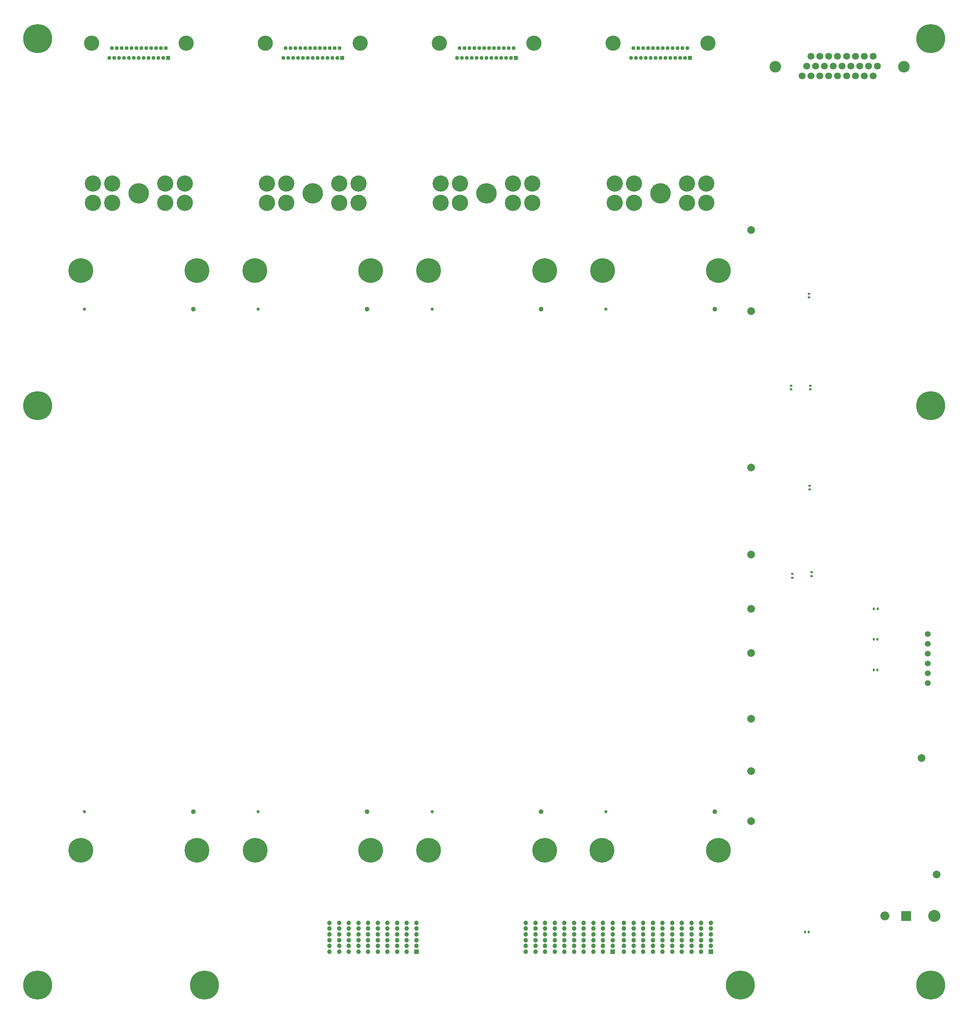
<source format=gbr>
%TF.GenerationSoftware,KiCad,Pcbnew,9.0.4-9.0.4-0~ubuntu22.04.1*%
%TF.CreationDate,2025-12-30T11:42:01-05:00*%
%TF.ProjectId,psc_carrier_brd,7073635f-6361-4727-9269-65725f627264,rev?*%
%TF.SameCoordinates,Original*%
%TF.FileFunction,Soldermask,Bot*%
%TF.FilePolarity,Negative*%
%FSLAX46Y46*%
G04 Gerber Fmt 4.6, Leading zero omitted, Abs format (unit mm)*
G04 Created by KiCad (PCBNEW 9.0.4-9.0.4-0~ubuntu22.04.1) date 2025-12-30 11:42:01*
%MOMM*%
%LPD*%
G01*
G04 APERTURE LIST*
G04 Aperture macros list*
%AMRoundRect*
0 Rectangle with rounded corners*
0 $1 Rounding radius*
0 $2 $3 $4 $5 $6 $7 $8 $9 X,Y pos of 4 corners*
0 Add a 4 corners polygon primitive as box body*
4,1,4,$2,$3,$4,$5,$6,$7,$8,$9,$2,$3,0*
0 Add four circle primitives for the rounded corners*
1,1,$1+$1,$2,$3*
1,1,$1+$1,$4,$5*
1,1,$1+$1,$6,$7*
1,1,$1+$1,$8,$9*
0 Add four rect primitives between the rounded corners*
20,1,$1+$1,$2,$3,$4,$5,0*
20,1,$1+$1,$4,$5,$6,$7,0*
20,1,$1+$1,$6,$7,$8,$9,0*
20,1,$1+$1,$8,$9,$2,$3,0*%
G04 Aperture macros list end*
%ADD10C,1.226200*%
%ADD11C,1.576200*%
%ADD12C,0.010000*%
%ADD13C,3.600000*%
%ADD14C,6.400000*%
%ADD15C,2.000000*%
%ADD16C,4.204000*%
%ADD17C,5.284000*%
%ADD18C,2.997200*%
%ADD19C,1.804200*%
%ADD20C,7.500000*%
%ADD21C,1.524000*%
%ADD22C,0.830000*%
%ADD23C,1.230000*%
%ADD24R,1.016000X1.016000*%
%ADD25C,1.016000*%
%ADD26C,3.937000*%
%ADD27RoundRect,0.102000X-0.500000X-0.500000X0.500000X-0.500000X0.500000X0.500000X-0.500000X0.500000X0*%
%ADD28C,1.204000*%
%ADD29C,3.000000*%
%ADD30RoundRect,0.140000X-0.140000X-0.170000X0.140000X-0.170000X0.140000X0.170000X-0.140000X0.170000X0*%
%ADD31RoundRect,0.140000X0.170000X-0.140000X0.170000X0.140000X-0.170000X0.140000X-0.170000X-0.140000X0*%
%ADD32RoundRect,0.140000X0.140000X0.170000X-0.140000X0.170000X-0.140000X-0.170000X0.140000X-0.170000X0*%
%ADD33RoundRect,0.140000X-0.170000X0.140000X-0.170000X-0.140000X0.170000X-0.140000X0.170000X0.140000X0*%
G04 APERTURE END LIST*
D10*
%TO.C,J4*%
X288683100Y-312000000D02*
G75*
G02*
X287456900Y-312000000I-613100J0D01*
G01*
X287456900Y-312000000D02*
G75*
G02*
X288683100Y-312000000I613100J0D01*
G01*
D11*
X301658100Y-312000000D02*
G75*
G02*
X300081900Y-312000000I-788100J0D01*
G01*
X300081900Y-312000000D02*
G75*
G02*
X301658100Y-312000000I788100J0D01*
G01*
D12*
X294796200Y-313226200D02*
X292343800Y-313226200D01*
X292343800Y-310773800D01*
X294796200Y-310773800D01*
X294796200Y-313226200D01*
G36*
X294796200Y-313226200D02*
G01*
X292343800Y-313226200D01*
X292343800Y-310773800D01*
X294796200Y-310773800D01*
X294796200Y-313226200D01*
G37*
%TD*%
D13*
%TO.C,MT11*%
X125000000Y-145000000D03*
D14*
X125000000Y-145000000D03*
%TD*%
D15*
%TO.C,TP4*%
X253500000Y-232500000D03*
%TD*%
D16*
%TO.C,U17*%
X173142000Y-122500000D03*
X178142000Y-122500000D03*
X191858000Y-122500000D03*
X196858000Y-122500000D03*
X173142000Y-127500000D03*
X178142000Y-127500000D03*
X191858000Y-127500000D03*
X196858000Y-127500000D03*
D17*
X185000000Y-125000000D03*
%TD*%
D18*
%TO.C,J7*%
X259727000Y-92212400D03*
X293026400Y-92212400D03*
D19*
X285000000Y-94600000D03*
X282714000Y-94600000D03*
X280428000Y-94600000D03*
X278142000Y-94600000D03*
X275830600Y-94600000D03*
X273544600Y-94600000D03*
X271258600Y-94600000D03*
X268972600Y-94600000D03*
X266686600Y-94600000D03*
X286143000Y-92060000D03*
X283857000Y-92060000D03*
X281571000Y-92060000D03*
X279259600Y-92060000D03*
X276973600Y-92060000D03*
X274687600Y-92060000D03*
X272401600Y-92060000D03*
X270115600Y-92060000D03*
X267829600Y-92060000D03*
X285000000Y-89520000D03*
X282714000Y-89520000D03*
X280428000Y-89520000D03*
X278142000Y-89520000D03*
X275830600Y-89520000D03*
X273544600Y-89520000D03*
X271258600Y-89520000D03*
X268972600Y-89520000D03*
%TD*%
D20*
%TO.C,MT2*%
X111960000Y-329920000D03*
%TD*%
D13*
%TO.C,MT21*%
X214866500Y-295000000D03*
D14*
X214866500Y-295000000D03*
%TD*%
D16*
%TO.C,U16*%
X128142000Y-122500000D03*
X133142000Y-122500000D03*
X146858000Y-122500000D03*
X151858000Y-122500000D03*
X128142000Y-127500000D03*
X133142000Y-127500000D03*
X146858000Y-127500000D03*
X151858000Y-127500000D03*
D17*
X140000000Y-125000000D03*
%TD*%
D21*
%TO.C,U1*%
X299200000Y-239040000D03*
X299200000Y-241580000D03*
X299200000Y-244120000D03*
X299200000Y-246660000D03*
X299200000Y-249200000D03*
X299200000Y-251740000D03*
%TD*%
D15*
%TO.C,TP5*%
X253500000Y-261000000D03*
%TD*%
D22*
%TO.C,J15*%
X215900000Y-155000000D03*
D23*
X244100000Y-155000000D03*
%TD*%
D13*
%TO.C,MT22*%
X245000000Y-295000000D03*
D14*
X245000000Y-295000000D03*
%TD*%
D15*
%TO.C,TP10*%
X253500000Y-134500000D03*
%TD*%
%TO.C,TP3*%
X253500000Y-244000000D03*
%TD*%
D22*
%TO.C,J10*%
X125900000Y-285000000D03*
D23*
X154100000Y-285000000D03*
%TD*%
D15*
%TO.C,TP7*%
X253500000Y-274500000D03*
%TD*%
D13*
%TO.C,MT14*%
X155000000Y-295000000D03*
D14*
X155000000Y-295000000D03*
%TD*%
D22*
%TO.C,J9*%
X125900000Y-155000000D03*
D23*
X154100000Y-155000000D03*
%TD*%
D13*
%TO.C,MT9*%
X80000000Y-295000000D03*
D14*
X80000000Y-295000000D03*
%TD*%
D16*
%TO.C,U15*%
X83142000Y-122500000D03*
X88142000Y-122500000D03*
X101858000Y-122500000D03*
X106858000Y-122500000D03*
X83142000Y-127500000D03*
X88142000Y-127500000D03*
X101858000Y-127500000D03*
X106858000Y-127500000D03*
D17*
X95000000Y-125000000D03*
%TD*%
D13*
%TO.C,MT17*%
X170000000Y-295000000D03*
D14*
X170000000Y-295000000D03*
%TD*%
D20*
%TO.C,MT4*%
X299920000Y-85000000D03*
%TD*%
D13*
%TO.C,MT18*%
X200000000Y-295000000D03*
D14*
X200000000Y-295000000D03*
%TD*%
D22*
%TO.C,J12*%
X170900000Y-155000000D03*
D23*
X199100000Y-155000000D03*
%TD*%
D15*
%TO.C,TP2*%
X301500000Y-301300000D03*
%TD*%
D22*
%TO.C,J5*%
X80900000Y-155000000D03*
D23*
X109100000Y-155000000D03*
%TD*%
D20*
%TO.C,MT5*%
X299920000Y-329920000D03*
%TD*%
D15*
%TO.C,TP8*%
X253500000Y-196000000D03*
%TD*%
D22*
%TO.C,J16*%
X215900000Y-285000000D03*
D23*
X244100000Y-285000000D03*
%TD*%
D20*
%TO.C,MT24*%
X68780000Y-180000000D03*
%TD*%
D13*
%TO.C,MT16*%
X200000000Y-145000000D03*
D14*
X200000000Y-145000000D03*
%TD*%
D20*
%TO.C,MT6*%
X68780000Y-85000000D03*
%TD*%
D24*
%TO.C,J11*%
X147620000Y-90000000D03*
D25*
X146350000Y-90000000D03*
X145080000Y-90000000D03*
X143810000Y-90000000D03*
X142540000Y-90000000D03*
X141270000Y-90000000D03*
X140000000Y-90000000D03*
X138730000Y-90000000D03*
X137460000Y-90000000D03*
X136190000Y-90000000D03*
X134920000Y-90000000D03*
X133650000Y-90000000D03*
X132380000Y-90000000D03*
X146985000Y-87460000D03*
X145715000Y-87460000D03*
X144445000Y-87460000D03*
X143175000Y-87460000D03*
X141905000Y-87460000D03*
X140635000Y-87460000D03*
X139365000Y-87460000D03*
X138095000Y-87460000D03*
X136825000Y-87460000D03*
X135555000Y-87460000D03*
X134285000Y-87460000D03*
X133015000Y-87460000D03*
D26*
X127744500Y-86190000D03*
X152255500Y-86190000D03*
%TD*%
D24*
%TO.C,J17*%
X237620000Y-90000000D03*
D25*
X236350000Y-90000000D03*
X235080000Y-90000000D03*
X233810000Y-90000000D03*
X232540000Y-90000000D03*
X231270000Y-90000000D03*
X230000000Y-90000000D03*
X228730000Y-90000000D03*
X227460000Y-90000000D03*
X226190000Y-90000000D03*
X224920000Y-90000000D03*
X223650000Y-90000000D03*
X222380000Y-90000000D03*
X236985000Y-87460000D03*
X235715000Y-87460000D03*
X234445000Y-87460000D03*
X233175000Y-87460000D03*
X231905000Y-87460000D03*
X230635000Y-87460000D03*
X229365000Y-87460000D03*
X228095000Y-87460000D03*
X226825000Y-87460000D03*
X225555000Y-87460000D03*
X224285000Y-87460000D03*
X223015000Y-87460000D03*
D26*
X217744500Y-86190000D03*
X242255500Y-86190000D03*
%TD*%
D15*
%TO.C,TP9*%
X253500000Y-218500000D03*
%TD*%
D22*
%TO.C,J13*%
X170900000Y-285000000D03*
D23*
X199100000Y-285000000D03*
%TD*%
D13*
%TO.C,MT20*%
X245000000Y-145000000D03*
D14*
X245000000Y-145000000D03*
%TD*%
D27*
%TO.C,J2*%
X166824000Y-321284000D03*
D28*
X164324000Y-321284000D03*
X161824000Y-321284000D03*
X159324000Y-321284000D03*
X156824000Y-321284000D03*
X154324000Y-321284000D03*
X151824000Y-321284000D03*
X149324000Y-321284000D03*
X146824000Y-321284000D03*
X144324000Y-321284000D03*
X166824000Y-319784000D03*
X164324000Y-319784000D03*
X161824000Y-319784000D03*
X159324000Y-319784000D03*
X156824000Y-319784000D03*
X154324000Y-319784000D03*
X151824000Y-319784000D03*
X149324000Y-319784000D03*
X146824000Y-319784000D03*
X144324000Y-319784000D03*
X166824000Y-318284000D03*
X164324000Y-318284000D03*
X161824000Y-318284000D03*
X159324000Y-318284000D03*
X156824000Y-318284000D03*
X154324000Y-318284000D03*
X151824000Y-318284000D03*
X149324000Y-318284000D03*
X146824000Y-318284000D03*
X144324000Y-318284000D03*
X166824000Y-316784000D03*
X164324000Y-316784000D03*
X161824000Y-316784000D03*
X159324000Y-316784000D03*
X156824000Y-316784000D03*
X154324000Y-316784000D03*
X151824000Y-316784000D03*
X149324000Y-316784000D03*
X146824000Y-316784000D03*
X144324000Y-316784000D03*
X166824000Y-315284000D03*
X164324000Y-315284000D03*
X161824000Y-315284000D03*
X159324000Y-315284000D03*
X156824000Y-315284000D03*
X154324000Y-315284000D03*
X151824000Y-315284000D03*
X149324000Y-315284000D03*
X146824000Y-315284000D03*
X144324000Y-315284000D03*
X166824000Y-313784000D03*
X164324000Y-313784000D03*
X161824000Y-313784000D03*
X159324000Y-313784000D03*
X156824000Y-313784000D03*
X154324000Y-313784000D03*
X151824000Y-313784000D03*
X149324000Y-313784000D03*
X146824000Y-313784000D03*
X144324000Y-313784000D03*
%TD*%
D27*
%TO.C,J1*%
X217624000Y-321284000D03*
D28*
X215124000Y-321284000D03*
X212624000Y-321284000D03*
X210124000Y-321284000D03*
X207624000Y-321284000D03*
X205124000Y-321284000D03*
X202624000Y-321284000D03*
X200124000Y-321284000D03*
X197624000Y-321284000D03*
X195124000Y-321284000D03*
X217624000Y-319784000D03*
X215124000Y-319784000D03*
X212624000Y-319784000D03*
X210124000Y-319784000D03*
X207624000Y-319784000D03*
X205124000Y-319784000D03*
X202624000Y-319784000D03*
X200124000Y-319784000D03*
X197624000Y-319784000D03*
X195124000Y-319784000D03*
X217624000Y-318284000D03*
X215124000Y-318284000D03*
X212624000Y-318284000D03*
X210124000Y-318284000D03*
X207624000Y-318284000D03*
X205124000Y-318284000D03*
X202624000Y-318284000D03*
X200124000Y-318284000D03*
X197624000Y-318284000D03*
X195124000Y-318284000D03*
X217624000Y-316784000D03*
X215124000Y-316784000D03*
X212624000Y-316784000D03*
X210124000Y-316784000D03*
X207624000Y-316784000D03*
X205124000Y-316784000D03*
X202624000Y-316784000D03*
X200124000Y-316784000D03*
X197624000Y-316784000D03*
X195124000Y-316784000D03*
X217624000Y-315284000D03*
X215124000Y-315284000D03*
X212624000Y-315284000D03*
X210124000Y-315284000D03*
X207624000Y-315284000D03*
X205124000Y-315284000D03*
X202624000Y-315284000D03*
X200124000Y-315284000D03*
X197624000Y-315284000D03*
X195124000Y-315284000D03*
X217624000Y-313784000D03*
X215124000Y-313784000D03*
X212624000Y-313784000D03*
X210124000Y-313784000D03*
X207624000Y-313784000D03*
X205124000Y-313784000D03*
X202624000Y-313784000D03*
X200124000Y-313784000D03*
X197624000Y-313784000D03*
X195124000Y-313784000D03*
%TD*%
D13*
%TO.C,MT8*%
X110000000Y-145000000D03*
D14*
X110000000Y-145000000D03*
%TD*%
D13*
%TO.C,MT19*%
X215000000Y-145000000D03*
D14*
X215000000Y-145000000D03*
%TD*%
D22*
%TO.C,J6*%
X80900000Y-285000000D03*
D23*
X109100000Y-285000000D03*
%TD*%
D20*
%TO.C,MT3*%
X250644000Y-329920000D03*
%TD*%
D29*
%TO.C,J4*%
X300870000Y-312000000D03*
%TD*%
D16*
%TO.C,U18*%
X218142000Y-122500000D03*
X223142000Y-122500000D03*
X236858000Y-122500000D03*
X241858000Y-122500000D03*
X218142000Y-127500000D03*
X223142000Y-127500000D03*
X236858000Y-127500000D03*
X241858000Y-127500000D03*
D17*
X230000000Y-125000000D03*
%TD*%
D13*
%TO.C,MT15*%
X170000000Y-145000000D03*
D14*
X170000000Y-145000000D03*
%TD*%
D27*
%TO.C,J3*%
X243024000Y-321284000D03*
D28*
X240524000Y-321284000D03*
X238024000Y-321284000D03*
X235524000Y-321284000D03*
X233024000Y-321284000D03*
X230524000Y-321284000D03*
X228024000Y-321284000D03*
X225524000Y-321284000D03*
X223024000Y-321284000D03*
X220524000Y-321284000D03*
X243024000Y-319784000D03*
X240524000Y-319784000D03*
X238024000Y-319784000D03*
X235524000Y-319784000D03*
X233024000Y-319784000D03*
X230524000Y-319784000D03*
X228024000Y-319784000D03*
X225524000Y-319784000D03*
X223024000Y-319784000D03*
X220524000Y-319784000D03*
X243024000Y-318284000D03*
X240524000Y-318284000D03*
X238024000Y-318284000D03*
X235524000Y-318284000D03*
X233024000Y-318284000D03*
X230524000Y-318284000D03*
X228024000Y-318284000D03*
X225524000Y-318284000D03*
X223024000Y-318284000D03*
X220524000Y-318284000D03*
X243024000Y-316784000D03*
X240524000Y-316784000D03*
X238024000Y-316784000D03*
X235524000Y-316784000D03*
X233024000Y-316784000D03*
X230524000Y-316784000D03*
X228024000Y-316784000D03*
X225524000Y-316784000D03*
X223024000Y-316784000D03*
X220524000Y-316784000D03*
X243024000Y-315284000D03*
X240524000Y-315284000D03*
X238024000Y-315284000D03*
X235524000Y-315284000D03*
X233024000Y-315284000D03*
X230524000Y-315284000D03*
X228024000Y-315284000D03*
X225524000Y-315284000D03*
X223024000Y-315284000D03*
X220524000Y-315284000D03*
X243024000Y-313784000D03*
X240524000Y-313784000D03*
X238024000Y-313784000D03*
X235524000Y-313784000D03*
X233024000Y-313784000D03*
X230524000Y-313784000D03*
X228024000Y-313784000D03*
X225524000Y-313784000D03*
X223024000Y-313784000D03*
X220524000Y-313784000D03*
%TD*%
D13*
%TO.C,MT13*%
X125100000Y-295000000D03*
D14*
X125100000Y-295000000D03*
%TD*%
D15*
%TO.C,TP1*%
X297600000Y-271150000D03*
%TD*%
D13*
%TO.C,MT10*%
X110000000Y-295000000D03*
D14*
X110000000Y-295000000D03*
%TD*%
D13*
%TO.C,MT7*%
X80000000Y-145000000D03*
D14*
X80000000Y-145000000D03*
%TD*%
D24*
%TO.C,J14*%
X192620000Y-90000000D03*
D25*
X191350000Y-90000000D03*
X190080000Y-90000000D03*
X188810000Y-90000000D03*
X187540000Y-90000000D03*
X186270000Y-90000000D03*
X185000000Y-90000000D03*
X183730000Y-90000000D03*
X182460000Y-90000000D03*
X181190000Y-90000000D03*
X179920000Y-90000000D03*
X178650000Y-90000000D03*
X177380000Y-90000000D03*
X191985000Y-87460000D03*
X190715000Y-87460000D03*
X189445000Y-87460000D03*
X188175000Y-87460000D03*
X186905000Y-87460000D03*
X185635000Y-87460000D03*
X184365000Y-87460000D03*
X183095000Y-87460000D03*
X181825000Y-87460000D03*
X180555000Y-87460000D03*
X179285000Y-87460000D03*
X178015000Y-87460000D03*
D26*
X172744500Y-86190000D03*
X197255500Y-86190000D03*
%TD*%
D20*
%TO.C,MT23*%
X299920000Y-180000000D03*
%TD*%
D15*
%TO.C,TP11*%
X253500000Y-155500000D03*
%TD*%
D13*
%TO.C,MT12*%
X155000000Y-145000000D03*
D14*
X155000000Y-145000000D03*
%TD*%
D24*
%TO.C,J8*%
X102620000Y-90000000D03*
D25*
X101350000Y-90000000D03*
X100080000Y-90000000D03*
X98810000Y-90000000D03*
X97540000Y-90000000D03*
X96270000Y-90000000D03*
X95000000Y-90000000D03*
X93730000Y-90000000D03*
X92460000Y-90000000D03*
X91190000Y-90000000D03*
X89920000Y-90000000D03*
X88650000Y-90000000D03*
X87380000Y-90000000D03*
X101985000Y-87460000D03*
X100715000Y-87460000D03*
X99445000Y-87460000D03*
X98175000Y-87460000D03*
X96905000Y-87460000D03*
X95635000Y-87460000D03*
X94365000Y-87460000D03*
X93095000Y-87460000D03*
X91825000Y-87460000D03*
X90555000Y-87460000D03*
X89285000Y-87460000D03*
X88015000Y-87460000D03*
D26*
X82744500Y-86190000D03*
X107255500Y-86190000D03*
%TD*%
D15*
%TO.C,TP6*%
X253500000Y-287500000D03*
%TD*%
D20*
%TO.C,MT1*%
X68780000Y-329920000D03*
%TD*%
D30*
%TO.C,C58*%
X285220000Y-248400000D03*
X286180000Y-248400000D03*
%TD*%
D31*
%TO.C,C14*%
X269125000Y-224050000D03*
X269125000Y-223090000D03*
%TD*%
D32*
%TO.C,C75*%
X268380000Y-316200000D03*
X267420000Y-316200000D03*
%TD*%
D33*
%TO.C,C13*%
X264150000Y-223515000D03*
X264150000Y-224475000D03*
%TD*%
%TO.C,C72*%
X263800000Y-174800000D03*
X263800000Y-175760000D03*
%TD*%
D31*
%TO.C,C74*%
X268412500Y-151960000D03*
X268412500Y-151000000D03*
%TD*%
%TO.C,C15*%
X268590000Y-201660000D03*
X268590000Y-200700000D03*
%TD*%
D30*
%TO.C,C59*%
X285220000Y-240400000D03*
X286180000Y-240400000D03*
%TD*%
D31*
%TO.C,C73*%
X268800000Y-175760000D03*
X268800000Y-174800000D03*
%TD*%
D30*
%TO.C,C57*%
X285240000Y-232500000D03*
X286200000Y-232500000D03*
%TD*%
M02*

</source>
